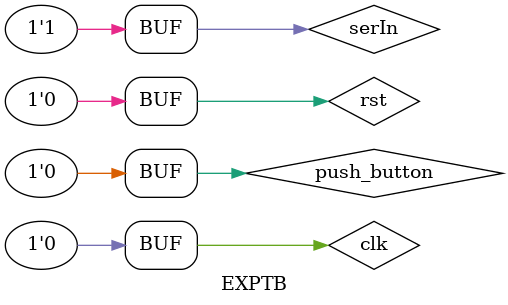
<source format=v>
`timescale 1ns / 1ns
module EXPTB();
	reg push_button = 1'b0, clk = 1'b0, serIn = 1'b0, rst = 1'b0;
	wire ser_Out, serOutValid;
	wire [6:0] seg_out;
	Exp2 extb(.push_button(push_button), .clk(clk), .serIn(serIn), .rst(rst), .serOut(ser_Out), .serOutValid(serOutValid), .seg_out(seg_out));
	
	initial repeat(1000) #100 clk = ~clk;
	initial begin
		#200 rst = 1'b1;
		#200 rst = 1'b0;
		#125 serIn = 1'b1;
		#300 push_button = 1'b1;
		#300 push_button = 1'b0;
		#500 serIn = 1'b0;
		#300 push_button = 1'b1;
		#300 push_button = 1'b0;
		#500 serIn = 1'b1;
		#300 push_button = 1'b1;
		#300 push_button = 1'b0;
		#500 serIn = 1'b1;
		#300 push_button = 1'b1;
		#300 push_button = 1'b0;
		repeat(10) #500 push_button = ~push_button;
	end
endmodule
</source>
